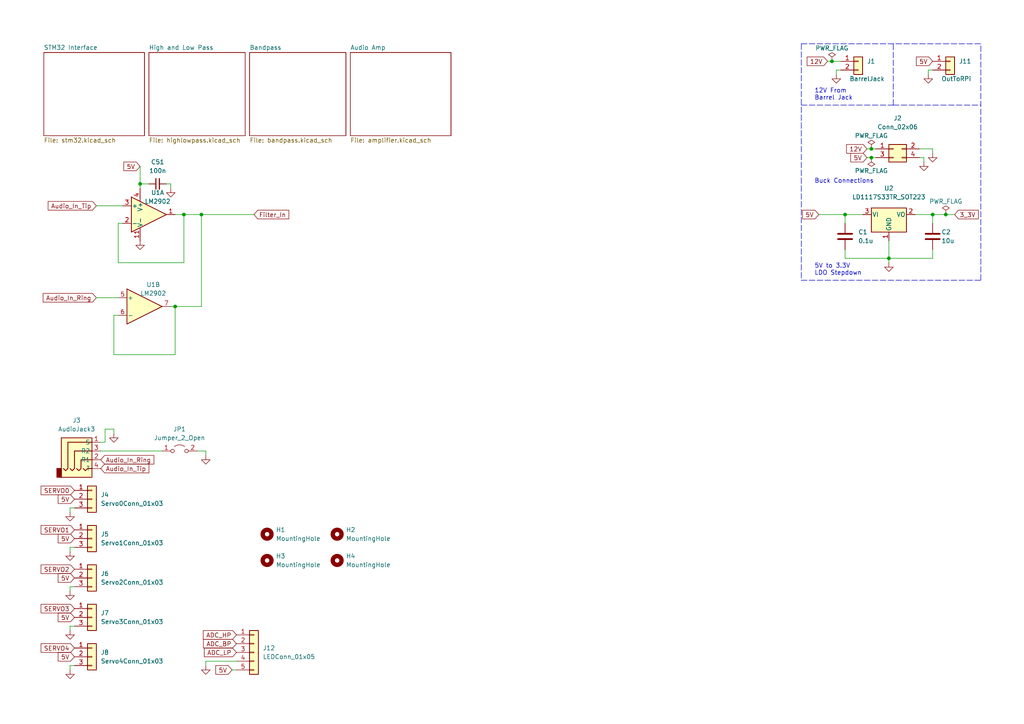
<source format=kicad_sch>
(kicad_sch (version 20211123) (generator eeschema)
  (paper "A4")
  (title_block (title "Power and Board I/O"))
  (lib_symbols
    (symbol "Amplifier_Operational:LM2902" (pin_names (offset 0.127))
      (property "Reference" "U" (at 0 5.08 0))
      (property "Value" "LM2902" (at 0 -5.08 0))
      (symbol "LM2902_1_1"
        (polyline (pts (xy -5.08 5.08) (xy 5.08 0) (xy -5.08 -5.08) (xy -5.08 5.08)) (stroke (width 0.254)) (fill (type background)))
        (pin output line (at 7.62 0 180) (length 2.54) (name "~") (number "1"))
        (pin input line (at -7.62 -2.54 0) (length 2.54) (name "-") (number "2"))
        (pin input line (at -7.62 2.54 0) (length 2.54) (name "+") (number "3"))
      )
      (symbol "LM2902_2_1"
        (polyline (pts (xy -5.08 5.08) (xy 5.08 0) (xy -5.08 -5.08) (xy -5.08 5.08)) (stroke (width 0.254)) (fill (type background)))
        (pin input line (at -7.62 2.54 0) (length 2.54) (name "+") (number "5"))
        (pin input line (at -7.62 -2.54 0) (length 2.54) (name "-") (number "6"))
        (pin output line (at 7.62 0 180) (length 2.54) (name "~") (number "7"))
      )
      (symbol "LM2902_3_1"
        (polyline (pts (xy -5.08 5.08) (xy 5.08 0) (xy -5.08 -5.08) (xy -5.08 5.08)) (stroke (width 0.254)) (fill (type background)))
        (pin input line (at -7.62 2.54 0) (length 2.54) (name "+") (number "10"))
        (pin output line (at 7.62 0 180) (length 2.54) (name "~") (number "8"))
        (pin input line (at -7.62 -2.54 0) (length 2.54) (name "-") (number "9"))
      )
      (symbol "LM2902_4_1"
        (polyline (pts (xy -5.08 5.08) (xy 5.08 0) (xy -5.08 -5.08) (xy -5.08 5.08)) (stroke (width 0.254)) (fill (type background)))
        (pin input line (at -7.62 2.54 0) (length 2.54) (name "+") (number "12"))
        (pin input line (at -7.62 -2.54 0) (length 2.54) (name "-") (number "13"))
        (pin output line (at 7.62 0 180) (length 2.54) (name "~") (number "14"))
      )
      (symbol "LM2902_5_1"
        (pin power_in line (at -2.54 -7.62 90) (length 3.81) (name "V-") (number "11"))
        (pin power_in line (at -2.54 7.62 270) (length 3.81) (name "V+") (number "4"))
      )
    )
    (symbol "Connector:AudioJack4"
      (property "Reference" "J3" (at -1.905 8.89 0))
      (property "Value" "AudioJack3" (at -1.905 6.35 0))
      (symbol "AudioJack4_0_1"
        (rectangle (start -6.35 -5.08) (end -7.62 -7.62) (stroke (width 0.254)) (fill (type outline)))
        (polyline (pts (xy 0 -5.08) (xy 0.635 -5.715) (xy 1.27 -5.08) (xy 2.54 -5.08)) (stroke (width 0.254)))
        (polyline (pts (xy -5.715 -5.08) (xy -5.08 -5.715) (xy -4.445 -5.08) (xy -4.445 2.54) (xy 2.54 2.54)) (stroke (width 0.254)))
        (polyline (pts (xy -1.905 -5.08) (xy -1.27 -5.715) (xy -0.635 -5.08) (xy -0.635 -2.54) (xy 2.54 -2.54)) (stroke (width 0.254)))
        (polyline (pts (xy 2.54 0) (xy -2.54 0) (xy -2.54 -5.08) (xy -3.175 -5.715) (xy -3.81 -5.08)) (stroke (width 0.254)))
        (rectangle (start 2.54 3.81) (end -6.35 -7.62) (stroke (width 0.254)) (fill (type background)))
      )
      (symbol "AudioJack4_1_1"
        (pin passive line (at 5.08 2.54 180) (length 2.54) (name "S") (number "1"))
        (pin passive line (at 5.08 -2.54 180) (length 2.54) (name "R1") (number "2"))
        (pin passive line (at 5.08 0 180) (length 2.54) (name "R2") (number "3"))
        (pin passive line (at 5.08 -5.08 180) (length 2.54) (name "T") (number "4"))
      )
    )
    (symbol "Connector_Generic:Conn_01x02" (pin_names (offset 1.016) hide)
      (property "Reference" "J" (at 0 2.54 0))
      (property "Value" "Conn_01x02" (at 0 -5.08 0))
      (symbol "Conn_01x02_1_1"
        (rectangle (start -1.27 -2.413) (end 0 -2.667) (stroke (width 0.1524)))
        (rectangle (start -1.27 0.127) (end 0 -0.127) (stroke (width 0.1524)))
        (rectangle (start -1.27 1.27) (end 1.27 -3.81) (stroke (width 0.254)) (fill (type background)))
        (pin passive line (at -5.08 0 0) (length 3.81) (name "Pin_1") (number "1"))
        (pin passive line (at -5.08 -2.54 0) (length 3.81) (name "Pin_2") (number "2"))
      )
    )
    (symbol "Connector_Generic:Conn_01x03" (pin_names (offset 1.016) hide)
      (property "Reference" "J" (at 0 5.08 0))
      (property "Value" "Conn_01x03" (at 0 -5.08 0))
      (symbol "Conn_01x03_1_1"
        (rectangle (start -1.27 -2.413) (end 0 -2.667) (stroke (width 0.1524)))
        (rectangle (start -1.27 0.127) (end 0 -0.127) (stroke (width 0.1524)))
        (rectangle (start -1.27 2.667) (end 0 2.413) (stroke (width 0.1524)))
        (rectangle (start -1.27 3.81) (end 1.27 -3.81) (stroke (width 0.254)) (fill (type background)))
        (pin passive line (at -5.08 2.54 0) (length 3.81) (name "Pin_1") (number "1"))
        (pin passive line (at -5.08 0 0) (length 3.81) (name "Pin_2") (number "2"))
        (pin passive line (at -5.08 -2.54 0) (length 3.81) (name "Pin_3") (number "3"))
      )
    )
    (symbol "Connector_Generic:Conn_01x05" (pin_names (offset 1.016) hide)
      (property "Reference" "J" (at 0 7.62 0))
      (property "Value" "Conn_01x05" (at 0 -7.62 0))
      (symbol "Conn_01x05_1_1"
        (rectangle (start -1.27 -4.953) (end 0 -5.207) (stroke (width 0.1524)))
        (rectangle (start -1.27 -2.413) (end 0 -2.667) (stroke (width 0.1524)))
        (rectangle (start -1.27 0.127) (end 0 -0.127) (stroke (width 0.1524)))
        (rectangle (start -1.27 2.667) (end 0 2.413) (stroke (width 0.1524)))
        (rectangle (start -1.27 5.207) (end 0 4.953) (stroke (width 0.1524)))
        (rectangle (start -1.27 6.35) (end 1.27 -6.35) (stroke (width 0.254)) (fill (type background)))
        (pin passive line (at -5.08 5.08 0) (length 3.81) (name "Pin_1") (number "1"))
        (pin passive line (at -5.08 2.54 0) (length 3.81) (name "Pin_2") (number "2"))
        (pin passive line (at -5.08 0 0) (length 3.81) (name "Pin_3") (number "3"))
        (pin passive line (at -5.08 -2.54 0) (length 3.81) (name "Pin_4") (number "4"))
        (pin passive line (at -5.08 -5.08 0) (length 3.81) (name "Pin_5") (number "5"))
      )
    )
    (symbol "Connector_Generic:Conn_02x02_Odd_Even" (pin_names (offset 1.016) hide)
      (property "Reference" "J" (at 1.27 2.54 0))
      (property "Value" "Conn_02x02_Odd_Even" (at 1.27 -5.08 0))
      (symbol "Conn_02x02_Odd_Even_1_1"
        (rectangle (start -1.27 -2.413) (end 0 -2.667) (stroke (width 0.1524)))
        (rectangle (start -1.27 0.127) (end 0 -0.127) (stroke (width 0.1524)))
        (rectangle (start -1.27 1.27) (end 3.81 -3.81) (stroke (width 0.254)) (fill (type background)))
        (rectangle (start 3.81 -2.413) (end 2.54 -2.667) (stroke (width 0.1524)))
        (rectangle (start 3.81 0.127) (end 2.54 -0.127) (stroke (width 0.1524)))
        (pin passive line (at -5.08 0 0) (length 3.81) (name "Pin_1") (number "1"))
        (pin passive line (at 7.62 0 180) (length 3.81) (name "Pin_2") (number "2"))
        (pin passive line (at -5.08 -2.54 0) (length 3.81) (name "Pin_3") (number "3"))
        (pin passive line (at 7.62 -2.54 180) (length 3.81) (name "Pin_4") (number "4"))
      )
    )
    (symbol "Device:C" (pin_numbers hide) (pin_names (offset 0.254))
      (property "Reference" "C" (at 0.635 2.54 0))
      (property "Value" "C" (at 0.635 -2.54 0))
      (symbol "C_0_1"
        (polyline (pts (xy -2.032 -0.762) (xy 2.032 -0.762)) (stroke (width 0.508)))
        (polyline (pts (xy -2.032 0.762) (xy 2.032 0.762)) (stroke (width 0.508)))
      )
      (symbol "C_1_1"
        (pin passive line (at 0 3.81 270) (length 2.794) (name "~") (number "1"))
        (pin passive line (at 0 -3.81 90) (length 2.794) (name "~") (number "2"))
      )
    )
    (symbol "Device:C_Small" (pin_numbers hide) (pin_names (offset 0.254) hide)
      (property "Reference" "C" (at 0.254 1.778 0))
      (property "Value" "C_Small" (at 0.254 -2.032 0))
      (symbol "C_Small_0_1"
        (polyline (pts (xy -1.524 -0.508) (xy 1.524 -0.508)) (stroke (width 0.3302)))
        (polyline (pts (xy -1.524 0.508) (xy 1.524 0.508)) (stroke (width 0.3048)))
      )
      (symbol "C_Small_1_1"
        (pin passive line (at 0 2.54 270) (length 2.032) (name "~") (number "1"))
        (pin passive line (at 0 -2.54 90) (length 2.032) (name "~") (number "2"))
      )
    )
    (symbol "Jumper:Jumper_2_Open" (pin_names (offset 0) hide)
      (property "Reference" "JP" (at 0 2.794 0))
      (property "Value" "Jumper_2_Open" (at 0 -2.286 0))
      (symbol "Jumper_2_Open_0_0"
        (circle (center -2.032 0) (radius 0.508))
        (circle (center 2.032 0) (radius 0.508))
      )
      (symbol "Jumper_2_Open_0_1"
        (arc (start 1.524 1.27) (mid 0 1.778) (end -1.524 1.27))
      )
      (symbol "Jumper_2_Open_1_1"
        (pin passive line (at -5.08 0 0) (length 2.54) (name "A") (number "1"))
        (pin passive line (at 5.08 0 180) (length 2.54) (name "B") (number "2"))
      )
    )
    (symbol "Mechanical:MountingHole" (pin_names (offset 1.016))
      (property "Reference" "H" (at 0 5.08 0))
      (property "Value" "MountingHole" (at 0 3.175 0))
      (symbol "MountingHole_0_1"
        (circle (center 0 0) (radius 1.27) (stroke (width 1.27)))
      )
    )
    (symbol "Regulator_Linear:LD1117S33TR_SOT223" (pin_names (offset 0.254))
      (property "Reference" "U" (at -3.81 3.175 0))
      (property "Value" "LD1117S33TR_SOT223" (at 0 3.175 0))
      (symbol "LD1117S33TR_SOT223_0_1"
        (rectangle (start -5.08 -5.08) (end 5.08 1.905) (stroke (width 0.254)) (fill (type background)))
      )
      (symbol "LD1117S33TR_SOT223_1_1"
        (pin power_in line (at 0 -7.62 90) (length 2.54) (name "GND") (number "1"))
        (pin power_out line (at 7.62 0 180) (length 2.54) (name "VO") (number "2"))
        (pin power_in line (at -7.62 0 0) (length 2.54) (name "VI") (number "3"))
      )
    )
    (symbol "power:GND" (power) (pin_names (offset 0))
      (property "Value" "GND" (at 0 -3.81 0))
      (symbol "GND_0_1"
        (polyline (pts (xy 0 0) (xy 0 -1.27) (xy 1.27 -1.27) (xy 0 -2.54) (xy -1.27 -1.27) (xy 0 -1.27)))
      )
      (symbol "GND_1_1"
        (pin power_in line (at 0 0 270) (length 0) hide (name "GND") (number "1"))
      )
    )
    (symbol "power:PWR_FLAG" (power) (pin_numbers hide) (pin_names (offset 0) hide)
      (property "Value" "PWR_FLAG" (at 0 3.81 0))
      (symbol "PWR_FLAG_0_0"
        (pin power_out line (at 0 0 90) (length 0) (name "pwr") (number "1"))
      )
      (symbol "PWR_FLAG_0_1"
        (polyline (pts (xy 0 0) (xy 0 1.27) (xy -1.016 1.905) (xy 0 2.54) (xy 1.016 1.905) (xy 0 1.27)))
      )
    )
  )
  (junction (at 252.73 45.72))
  (junction (at 241.3 17.78))
  (junction (at 252.73 43.18))
  (junction (at 270.51 62.23))
  (junction (at 257.81 74.93))
  (junction (at 274.32 62.23))
  (junction (at 40.64 53.34))
  (junction (at 50.8 88.9))
  (junction (at 58.42 62.23))
  (junction (at 245.11 62.23))
  (junction (at 53.34 62.23))
  (wire (pts (xy 21.59 158.75) (xy 20.32 158.75)))
  (wire (pts (xy 267.97 46.99) (xy 267.97 45.72)))
  (wire (pts (xy 21.59 147.32) (xy 20.32 147.32)))
  (wire (pts (xy 27.94 86.36) (xy 34.29 86.36)))
  (wire (pts (xy 251.46 45.72) (xy 252.73 45.72)))
  (wire (pts (xy 34.29 91.44) (xy 33.02 91.44)))
  (wire (pts (xy 21.59 193.04) (xy 20.32 193.04)))
  (wire (pts (xy 270.51 72.39) (xy 270.51 74.93)))
  (wire (pts (xy 33.02 102.87) (xy 50.8 102.87)))
  (wire (pts (xy 57.15 130.81) (xy 59.69 130.81)))
  (wire (pts (xy 240.03 17.78) (xy 241.3 17.78)))
  (wire (pts (xy 241.3 17.78) (xy 243.84 17.78)))
  (wire (pts (xy 53.34 62.23) (xy 53.34 76.2)))
  (wire (pts (xy 34.29 76.2) (xy 53.34 76.2)))
  (wire (pts (xy 59.69 130.81) (xy 59.69 132.08)))
  (wire (pts (xy 21.59 181.61) (xy 20.32 181.61)))
  (wire (pts (xy 68.58 191.77) (xy 59.69 191.77)))
  (wire (pts (xy 270.51 62.23) (xy 270.51 64.77)))
  (wire (pts (xy 270.51 44.45) (xy 270.51 43.18)))
  (wire (pts (xy 50.8 88.9) (xy 49.53 88.9)))
  (wire (pts (xy 257.81 69.85) (xy 257.81 74.93)))
  (wire (pts (xy 40.64 48.26) (xy 40.64 53.34)))
  (wire (pts (xy 33.02 124.46) (xy 33.02 125.73)))
  (wire (pts (xy 252.73 45.72) (xy 254 45.72)))
  (wire (pts (xy 245.11 72.39) (xy 245.11 74.93)))
  (wire (pts (xy 58.42 62.23) (xy 53.34 62.23)))
  (wire (pts (xy 33.02 91.44) (xy 33.02 102.87)))
  (wire (pts (xy 274.32 62.23) (xy 276.86 62.23)))
  (polyline (pts (xy 259.08 30.48) (xy 284.48 30.48)))
  (wire (pts (xy 20.32 170.18) (xy 20.32 171.45)))
  (wire (pts (xy 265.43 62.23) (xy 270.51 62.23)))
  (wire (pts (xy 29.21 130.81) (xy 46.99 130.81)))
  (polyline (pts (xy 232.41 81.28) (xy 284.48 81.28)))
  (wire (pts (xy 267.97 45.72) (xy 266.7 45.72)))
  (polyline (pts (xy 232.41 12.7) (xy 284.48 12.7)))
  (wire (pts (xy 237.49 62.23) (xy 245.11 62.23)))
  (wire (pts (xy 257.81 74.93) (xy 257.81 76.2)))
  (wire (pts (xy 252.73 43.18) (xy 254 43.18)))
  (wire (pts (xy 49.53 53.34) (xy 48.26 53.34)))
  (wire (pts (xy 30.48 124.46) (xy 30.48 128.27)))
  (wire (pts (xy 30.48 128.27) (xy 29.21 128.27)))
  (wire (pts (xy 21.59 170.18) (xy 20.32 170.18)))
  (wire (pts (xy 40.64 53.34) (xy 40.64 54.61)))
  (wire (pts (xy 50.8 88.9) (xy 58.42 88.9)))
  (wire (pts (xy 58.42 62.23) (xy 58.42 88.9)))
  (wire (pts (xy 59.69 191.77) (xy 59.69 193.04)))
  (wire (pts (xy 257.81 74.93) (xy 270.51 74.93)))
  (wire (pts (xy 20.32 193.04) (xy 20.32 194.31)))
  (wire (pts (xy 43.18 53.34) (xy 40.64 53.34)))
  (wire (pts (xy 73.66 62.23) (xy 58.42 62.23)))
  (polyline (pts (xy 259.08 30.48) (xy 259.08 12.7)))
  (wire (pts (xy 20.32 147.32) (xy 20.32 148.59)))
  (wire (pts (xy 49.53 54.61) (xy 49.53 53.34)))
  (polyline (pts (xy 232.41 12.7) (xy 232.41 81.28)))
  (wire (pts (xy 50.8 62.23) (xy 53.34 62.23)))
  (wire (pts (xy 242.57 20.32) (xy 242.57 21.59)))
  (wire (pts (xy 270.51 20.32) (xy 269.24 20.32)))
  (wire (pts (xy 270.51 62.23) (xy 274.32 62.23)))
  (wire (pts (xy 33.02 124.46) (xy 30.48 124.46)))
  (wire (pts (xy 243.84 20.32) (xy 242.57 20.32)))
  (wire (pts (xy 67.31 194.31) (xy 68.58 194.31)))
  (wire (pts (xy 34.29 64.77) (xy 34.29 76.2)))
  (wire (pts (xy 251.46 43.18) (xy 252.73 43.18)))
  (wire (pts (xy 50.8 102.87) (xy 50.8 88.9)))
  (wire (pts (xy 20.32 158.75) (xy 20.32 160.02)))
  (wire (pts (xy 35.56 64.77) (xy 34.29 64.77)))
  (wire (pts (xy 245.11 62.23) (xy 245.11 64.77)))
  (wire (pts (xy 269.24 20.32) (xy 269.24 21.59)))
  (wire (pts (xy 245.11 62.23) (xy 250.19 62.23)))
  (wire (pts (xy 27.94 59.69) (xy 35.56 59.69)))
  (wire (pts (xy 245.11 74.93) (xy 257.81 74.93)))
  (wire (pts (xy 20.32 181.61) (xy 20.32 182.88)))
  (wire (pts (xy 270.51 43.18) (xy 266.7 43.18)))
  (polyline (pts (xy 284.48 81.28) (xy 284.48 12.7)))
  (polyline (pts (xy 232.41 30.48) (xy 259.08 30.48)))
  (text "12V From\nBarrel Jack" (at 236.22 29.21 0) (effects (font (size 1.27 1.27)) (justify left bottom)))
  (text "5V to 3.3V\nLDO Stepdown" (at 236.22 80.01 0) (effects (font (size 1.27 1.27)) (justify left bottom)))
  (text "Buck Connections" (at 236.22 53.34 0) (effects (font (size 1.27 1.27)) (justify left bottom)))
  (global_label "ADC_BP" (shape input) (at 68.58 186.69 180) (property "Intersheet References" "${INTERSHEET_REFS}" (effects hide)))
  (global_label "5V" (shape input) (at 67.31 194.31 180) (property "Intersheet References" "${INTERSHEET_REFS}" (effects hide)))
  (global_label "5V" (shape input) (at 21.59 179.07 180) (property "Intersheet References" "${INTERSHEET_REFS}" (effects hide)))
  (global_label "Audio_In_Ring" (shape input) (at 29.21 133.35 0) (property "Intersheet References" "${INTERSHEET_REFS}" (effects hide)))
  (global_label "ADC_LP" (shape input) (at 68.58 189.23 180) (property "Intersheet References" "${INTERSHEET_REFS}" (effects hide)))
  (global_label "5V" (shape input) (at 21.59 167.64 180) (property "Intersheet References" "${INTERSHEET_REFS}" (effects hide)))
  (global_label "5V" (shape input) (at 21.59 190.5 180) (property "Intersheet References" "${INTERSHEET_REFS}" (effects hide)))
  (global_label "Filter_In" (shape input) (at 73.66 62.23 0) (property "Intersheet References" "${INTERSHEET_REFS}" (effects hide)))
  (global_label "SERVO4" (shape input) (at 21.59 187.96 180) (property "Intersheet References" "${INTERSHEET_REFS}" (effects hide)))
  (global_label "5V" (shape input) (at 40.64 48.26 180) (property "Intersheet References" "${INTERSHEET_REFS}" (effects hide)))
  (global_label "3_3V" (shape input) (at 276.86 62.23 0) (property "Intersheet References" "${INTERSHEET_REFS}" (effects hide)))
  (global_label "5V" (shape input) (at 251.46 45.72 180) (property "Intersheet References" "${INTERSHEET_REFS}" (effects hide)))
  (global_label "SERVO0" (shape input) (at 21.59 142.24 180) (property "Intersheet References" "${INTERSHEET_REFS}" (effects hide)))
  (global_label "SERVO3" (shape input) (at 21.59 176.53 180) (property "Intersheet References" "${INTERSHEET_REFS}" (effects hide)))
  (global_label "5V" (shape input) (at 21.59 144.78 180) (property "Intersheet References" "${INTERSHEET_REFS}" (effects hide)))
  (global_label "12V" (shape input) (at 240.03 17.78 180) (property "Intersheet References" "${INTERSHEET_REFS}" (effects hide)))
  (global_label "Audio_In_Tip" (shape input) (at 27.94 59.69 180) (property "Intersheet References" "${INTERSHEET_REFS}" (effects hide)))
  (global_label "5V" (shape input) (at 270.51 17.78 180) (property "Intersheet References" "${INTERSHEET_REFS}" (effects hide)))
  (global_label "Audio_In_Ring" (shape input) (at 27.94 86.36 180) (property "Intersheet References" "${INTERSHEET_REFS}" (effects hide)))
  (global_label "5V" (shape input) (at 237.49 62.23 180) (property "Intersheet References" "${INTERSHEET_REFS}" (effects hide)))
  (global_label "5V" (shape input) (at 21.59 156.21 180) (property "Intersheet References" "${INTERSHEET_REFS}" (effects hide)))
  (global_label "ADC_HP" (shape input) (at 68.58 184.15 180) (property "Intersheet References" "${INTERSHEET_REFS}" (effects hide)))
  (global_label "Audio_In_Tip" (shape input) (at 29.21 135.89 0) (property "Intersheet References" "${INTERSHEET_REFS}" (effects hide)))
  (global_label "SERVO2" (shape input) (at 21.59 165.1 180) (property "Intersheet References" "${INTERSHEET_REFS}" (effects hide)))
  (global_label "SERVO1" (shape input) (at 21.59 153.67 180) (property "Intersheet References" "${INTERSHEET_REFS}" (effects hide)))
  (global_label "12V" (shape input) (at 251.46 43.18 180) (property "Intersheet References" "${INTERSHEET_REFS}" (effects hide)))
  (symbol (lib_id "Device:C_Small") (at 45.72 53.34 90) (unit 1)
    (property "Reference" "C51" (at 45.7263 46.99 90))
    (property "Value" "100n" (at 45.7263 49.53 90))
    (property "Footprint" "Capacitor_SMD:C_0805_2012Metric_Pad1.18x1.45mm_HandSolder" (effects hide))
  )
  (symbol (lib_id "Amplifier_Operational:LM2902") (at 41.91 88.9 0) (unit 2)
    (property "Reference" "U1" (at 44.45 82.55 0))
    (property "Value" "LM2902" (at 44.45 85.09 0))
    (property "Footprint" "Package_DIP:DIP-14_W7.62mm" (effects hide))
    (property "Datasheet" "http://www.ti.com/lit/ds/symlink/lm2902-n.pdf" (effects hide))
  )
  (symbol (lib_id "power:GND") (at 59.69 132.08 0) (unit 1)
    (property "Reference" "#PWR07" (effects hide))
    (property "Value" "GND" (effects hide))
  )
  (symbol (lib_id "Regulator_Linear:LD1117S33TR_SOT223") (at 257.81 62.23 0) (unit 1)
    (property "Reference" "U2" (at 257.81 54.61 0))
    (property "Value" "LD1117S33TR_SOT223" (at 257.81 57.15 0))
    (property "Footprint" "Package_TO_SOT_SMD:SOT-223-3_TabPin2" (effects hide))
    (property "Datasheet" "http://www.st.com/st-web-ui/static/active/en/resource/technical/document/datasheet/CD00000544.pdf" (effects hide))
  )
  (symbol (lib_id "Connector_Generic:Conn_01x05") (at 73.66 189.23 0) (unit 1)
    (property "Reference" "J12" (at 76.2 187.9599 0) (effects (justify left)))
    (property "Value" "LEDConn_01x05" (at 76.2 190.4999 0) (effects (justify left)))
    (property "Footprint" "Connector_PinHeader_2.54mm:PinHeader_1x05_P2.54mm_Vertical" (effects hide))
  )
  (symbol (lib_id "power:GND") (at 242.57 21.59 0) (unit 1)
    (property "Reference" "#PWR01" (effects hide))
    (property "Value" "GND" (effects hide))
  )
  (symbol (lib_id "power:GND") (at 40.64 69.85 0) (unit 1)
    (property "Reference" "#PWR04" (effects hide))
    (property "Value" "GND" (effects hide))
  )
  (symbol (lib_id "Connector_Generic:Conn_01x02") (at 248.92 17.78 0) (unit 1)
    (property "Reference" "J1" (at 251.46 17.7799 0) (effects (justify left)))
    (property "Value" "BarrelJack" (at 246.38 22.86 0) (effects (justify left)))
    (property "Footprint" "Connector_BarrelJack:BarrelJack_GCT_DCJ200-10-A_Horizontal" (effects hide))
  )
  (symbol (lib_id "power:GND") (at 20.32 160.02 0) (unit 1)
    (property "Reference" "#PWR09" (effects hide))
    (property "Value" "GND" (effects hide))
  )
  (symbol (lib_id "Connector_Generic:Conn_01x02") (at 275.59 17.78 0) (unit 1)
    (property "Reference" "J11" (at 278.13 17.7799 0) (effects (justify left)))
    (property "Value" "OutToRPi" (at 273.05 22.86 0) (effects (justify left)))
    (property "Footprint" "Connector_PinHeader_2.54mm:PinHeader_1x02_P2.54mm_Vertical" (effects hide))
  )
  (symbol (lib_id "Connector_Generic:Conn_01x03") (at 26.67 179.07 0) (unit 1)
    (property "Reference" "J7" (at 29.21 177.7999 0) (effects (justify left)))
    (property "Value" "Servo3Conn_01x03" (at 29.21 180.3399 0) (effects (justify left)))
    (property "Footprint" "Connector_PinHeader_2.54mm:PinHeader_1x03_P2.54mm_Vertical" (effects hide))
  )
  (symbol (lib_id "Connector_Generic:Conn_01x03") (at 26.67 167.64 0) (unit 1)
    (property "Reference" "J6" (at 29.21 166.3699 0) (effects (justify left)))
    (property "Value" "Servo2Conn_01x03" (at 29.21 168.9099 0) (effects (justify left)))
    (property "Footprint" "Connector_PinHeader_2.54mm:PinHeader_1x03_P2.54mm_Vertical" (effects hide))
  )
  (symbol (lib_id "Connector_Generic:Conn_01x03") (at 26.67 190.5 0) (unit 1)
    (property "Reference" "J8" (at 29.21 189.2299 0) (effects (justify left)))
    (property "Value" "Servo4Conn_01x03" (at 29.21 191.7699 0) (effects (justify left)))
    (property "Footprint" "Connector_PinHeader_2.54mm:PinHeader_1x03_P2.54mm_Vertical" (effects hide))
  )
  (symbol (lib_id "power:GND") (at 20.32 194.31 0) (unit 1)
    (property "Reference" "#PWR012" (effects hide))
    (property "Value" "GND" (effects hide))
  )
  (symbol (lib_id "Mechanical:MountingHole") (at 97.79 154.94 0) (unit 1)
    (property "Reference" "H2" (at 100.33 153.6699 0) (effects (justify left)))
    (property "Value" "MountingHole" (at 100.33 156.2099 0) (effects (justify left)))
    (property "Footprint" "MountingHole:MountingHole_3.2mm_M3" (effects hide))
  )
  (symbol (lib_id "Mechanical:MountingHole") (at 77.47 154.94 0) (unit 1)
    (property "Reference" "H1" (at 80.01 153.6699 0) (effects (justify left)))
    (property "Value" "MountingHole" (at 80.01 156.2099 0) (effects (justify left)))
    (property "Footprint" "MountingHole:MountingHole_3.2mm_M3" (effects hide))
  )
  (symbol (lib_id "power:GND") (at 267.97 46.99 0) (unit 1)
    (property "Reference" "#PWR03" (effects hide))
    (property "Value" "GND" (effects hide))
  )
  (symbol (lib_id "power:GND") (at 59.69 193.04 0) (unit 1)
    (property "Reference" "#PWR02" (effects hide))
    (property "Value" "GND" (effects hide))
  )
  (symbol (lib_id "Connector:AudioJack4") (at 24.13 130.81 0) (unit 1)
    (property "Reference" "J3" (at 22.225 121.92 0))
    (property "Value" "AudioJack3" (at 22.225 124.46 0))
    (property "Footprint" "Connector_PinSocket_2.54mm:PinSocket_1x04_P2.54mm_Vertical" (effects hide))
  )
  (symbol (lib_id "Device:C") (at 270.51 68.58 0) (unit 1)
    (property "Reference" "C2" (at 273.05 67.31 0) (effects (justify left)))
    (property "Value" "10u" (at 273.05 69.85 0) (effects (justify left)))
    (property "Footprint" "Capacitor_SMD:C_0805_2012Metric_Pad1.18x1.45mm_HandSolder" (effects hide))
  )
  (symbol (lib_id "power:GND") (at 257.81 76.2 0) (unit 1)
    (property "Reference" "#PWR05" (effects hide))
    (property "Value" "GND" (effects hide))
  )
  (symbol (lib_id "power:GND") (at 269.24 21.59 0) (unit 1)
    (property "Reference" "#PWR0101" (effects hide))
    (property "Value" "GND" (effects hide))
  )
  (symbol (lib_id "power:PWR_FLAG") (at 252.73 45.72 180) (unit 1)
    (property "Reference" "#FLG0101" (effects hide))
    (property "Value" "PWR_FLAG" (at 252.73 49.53 0))
  )
  (symbol (lib_id "Mechanical:MountingHole") (at 77.47 162.56 0) (unit 1)
    (property "Reference" "H3" (at 80.01 161.2899 0) (effects (justify left)))
    (property "Value" "MountingHole" (at 80.01 163.8299 0) (effects (justify left)))
    (property "Footprint" "MountingHole:MountingHole_3.2mm_M3" (effects hide))
  )
  (symbol (lib_id "power:GND") (at 20.32 171.45 0) (unit 1)
    (property "Reference" "#PWR010" (effects hide))
    (property "Value" "GND" (effects hide))
  )
  (symbol (lib_id "Connector_Generic:Conn_02x02_Odd_Even") (at 259.08 43.18 0) (unit 1)
    (property "Reference" "J2" (at 260.35 34.29 0))
    (property "Value" "Conn_02x06" (at 260.35 36.83 0))
    (property "Footprint" "Connector_PinHeader_2.54mm:PinHeader_2x02_P2.54mm_Vertical" (effects hide))
  )
  (symbol (lib_id "power:PWR_FLAG") (at 241.3 17.78 0) (unit 1)
    (property "Reference" "#FLG0104" (effects hide))
    (property "Value" "PWR_FLAG" (at 241.3 13.97 0))
  )
  (symbol (lib_id "power:GND") (at 49.53 54.61 0) (unit 1)
    (property "Reference" "#PWR046" (effects hide))
    (property "Value" "GND" (effects hide))
  )
  (symbol (lib_id "power:PWR_FLAG") (at 274.32 62.23 0) (unit 1)
    (property "Reference" "#FLG0103" (effects hide))
    (property "Value" "PWR_FLAG" (at 274.32 58.42 0))
  )
  (symbol (lib_id "Amplifier_Operational:LM2902") (at 43.18 62.23 0) (unit 1)
    (property "Reference" "U1" (at 45.72 55.88 0))
    (property "Value" "LM2902" (at 45.72 58.42 0))
    (property "Footprint" "Package_DIP:DIP-14_W7.62mm" (effects hide))
    (property "Datasheet" "http://www.ti.com/lit/ds/symlink/lm2902-n.pdf" (effects hide))
  )
  (symbol (lib_id "power:GND") (at 270.51 44.45 0) (unit 1)
    (property "Reference" "#PWR0102" (effects hide))
    (property "Value" "GND" (effects hide))
  )
  (symbol (lib_id "Jumper:Jumper_2_Open") (at 52.07 130.81 0) (unit 1)
    (property "Reference" "JP1" (at 52.07 124.46 0))
    (property "Value" "Jumper_2_Open" (at 52.07 127 0))
    (property "Footprint" "Jumper:SolderJumper-2_P1.3mm_Open_Pad1.0x1.5mm" (effects hide))
  )
  (symbol (lib_id "power:GND") (at 20.32 148.59 0) (unit 1)
    (property "Reference" "#PWR08" (effects hide))
    (property "Value" "GND" (effects hide))
  )
  (symbol (lib_id "Device:C") (at 245.11 68.58 0) (unit 1)
    (property "Reference" "C1" (at 248.92 67.3099 0) (effects (justify left)))
    (property "Value" "0.1u" (at 248.92 69.8499 0) (effects (justify left)))
    (property "Footprint" "Capacitor_SMD:C_0805_2012Metric_Pad1.18x1.45mm_HandSolder" (effects hide))
  )
  (symbol (lib_id "power:GND") (at 20.32 182.88 0) (unit 1)
    (property "Reference" "#PWR011" (effects hide))
    (property "Value" "GND" (effects hide))
  )
  (symbol (lib_id "Mechanical:MountingHole") (at 97.79 162.56 0) (unit 1)
    (property "Reference" "H4" (at 100.33 161.2899 0) (effects (justify left)))
    (property "Value" "MountingHole" (at 100.33 163.8299 0) (effects (justify left)))
    (property "Footprint" "MountingHole:MountingHole_3.2mm_M3" (effects hide))
  )
  (symbol (lib_id "Connector_Generic:Conn_01x03") (at 26.67 156.21 0) (unit 1)
    (property "Reference" "J5" (at 29.21 154.9399 0) (effects (justify left)))
    (property "Value" "Servo1Conn_01x03" (at 29.21 157.4799 0) (effects (justify left)))
    (property "Footprint" "Connector_PinHeader_2.54mm:PinHeader_1x03_P2.54mm_Vertical" (effects hide))
  )
  (symbol (lib_id "power:PWR_FLAG") (at 252.73 43.18 0) (unit 1)
    (property "Reference" "#FLG0102" (effects hide))
    (property "Value" "PWR_FLAG" (at 252.73 39.37 0))
  )
  (symbol (lib_id "Connector_Generic:Conn_01x03") (at 26.67 144.78 0) (unit 1)
    (property "Reference" "J4" (at 29.21 143.5099 0) (effects (justify left)))
    (property "Value" "Servo0Conn_01x03" (at 29.21 146.0499 0) (effects (justify left)))
    (property "Footprint" "Connector_PinHeader_2.54mm:PinHeader_1x03_P2.54mm_Vertical" (effects hide))
  )
  (symbol (lib_id "power:GND") (at 33.02 125.73 0) (unit 1)
    (property "Reference" "#PWR06" (effects hide))
    (property "Value" "GND" (effects hide))
  )
  (symbol (lib_id "Amplifier_Operational:LM2902") (at 43.18 62.23 0) (unit 5)
    (property "Reference" "U1" (effects hide))
    (property "Value" "LM2902" (effects hide))
    (property "Footprint" "Package_DIP:DIP-14_W7.62mm" (effects hide))
    (property "Datasheet" "http://www.ti.com/lit/ds/symlink/lm2902-n.pdf" (effects hide))
  )
  (sheet (at 43.18 15.24) (size 27.94 24.13) (stroke (width 0.1524))
    (property "Sheet name" "High and Low Pass" (at 43.18 14.5284 0) (effects (justify left bottom)))
    (property "Sheet file" "highlowpass.kicad_sch" (at 43.18 39.9546 0) (effects (justify left top)))
  )
  (sheet (at 72.39 15.24) (size 27.94 24.13) (stroke (width 0.1524))
    (property "Sheet name" "Bandpass" (at 72.39 14.5284 0) (effects (justify left bottom)))
    (property "Sheet file" "bandpass.kicad_sch" (at 72.39 39.9546 0) (effects (justify left top)))
  )
  (sheet (at 12.7 15.24) (size 29.21 24.13) (stroke (width 0.1524))
    (property "Sheet name" "STM32 Interface" (at 12.7 14.5284 0) (effects (justify left bottom)))
    (property "Sheet file" "stm32.kicad_sch" (at 12.7 39.9546 0) (effects (justify left top)))
  )
  (sheet (at 101.6 15.24) (size 29.21 24.13) (stroke (width 0.1524))
    (property "Sheet name" "Audio Amp" (at 101.6 14.5284 0) (effects (justify left bottom)))
    (property "Sheet file" "amplifier.kicad_sch" (at 101.6 39.9546 0) (effects (justify left top)))
  )
)
</source>
